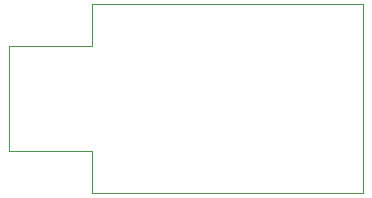
<source format=gbr>
G04 #@! TF.GenerationSoftware,KiCad,Pcbnew,(5.0.2)-1*
G04 #@! TF.CreationDate,2020-08-06T16:14:57-05:00*
G04 #@! TF.ProjectId,xform-plug,78666f72-6d2d-4706-9c75-672e6b696361,rev?*
G04 #@! TF.SameCoordinates,Original*
G04 #@! TF.FileFunction,Profile,NP*
%FSLAX46Y46*%
G04 Gerber Fmt 4.6, Leading zero omitted, Abs format (unit mm)*
G04 Created by KiCad (PCBNEW (5.0.2)-1) date 8/6/2020 4:14:57 PM*
%MOMM*%
%LPD*%
G01*
G04 APERTURE LIST*
%ADD10C,0.020000*%
G04 APERTURE END LIST*
D10*
X30000000Y-8000000D02*
X7000000Y-8000000D01*
X30000000Y8000000D02*
X30000000Y-8000000D01*
X7000000Y8000000D02*
X30000000Y8000000D01*
X7000000Y8000000D02*
X7000000Y4450000D01*
X7000000Y-4450000D02*
X7000000Y-8000000D01*
X0Y-4450000D02*
X7000000Y-4450000D01*
X0Y4450000D02*
X7000000Y4450000D01*
X0Y4450000D02*
X0Y-4450000D01*
M02*

</source>
